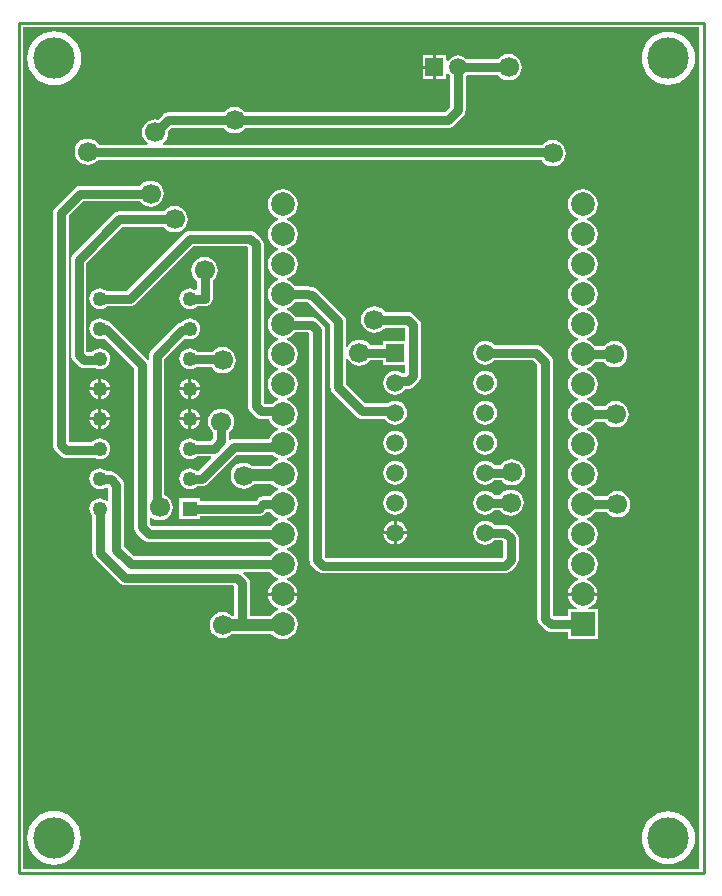
<source format=gbl>
G04*
G04 #@! TF.GenerationSoftware,Altium Limited,Altium Designer,22.1.2 (22)*
G04*
G04 Layer_Physical_Order=2*
G04 Layer_Color=16711680*
%FSLAX42Y42*%
%MOMM*%
G71*
G04*
G04 #@! TF.SameCoordinates,EA815626-C818-48C2-81C6-A034688274B2*
G04*
G04*
G04 #@! TF.FilePolarity,Positive*
G04*
G01*
G75*
%ADD10C,0.80*%
%ADD11C,1.00*%
%ADD12C,1.25*%
%ADD13R,1.25X1.25*%
%ADD14R,2.00X2.00*%
%ADD15C,2.00*%
%ADD16R,1.50X1.50*%
%ADD17C,1.50*%
%ADD18C,1.70*%
%ADD19C,3.50*%
%ADD20C,0.25*%
G36*
X5761Y39D02*
X39D01*
Y7161D01*
X5761D01*
Y39D01*
D02*
G37*
%LPC*%
G36*
X4149Y6935D02*
X4120Y6932D01*
X4093Y6921D01*
X4070Y6903D01*
X4060Y6890D01*
X3795D01*
X3791Y6896D01*
X3770Y6912D01*
X3746Y6922D01*
X3719Y6925D01*
X3693Y6922D01*
X3669Y6912D01*
X3648Y6896D01*
X3633Y6876D01*
X3631Y6876D01*
X3620Y6884D01*
Y6925D01*
X3532D01*
Y6824D01*
Y6724D01*
X3620D01*
Y6764D01*
X3631Y6772D01*
X3633Y6772D01*
X3648Y6752D01*
X3654Y6748D01*
Y6488D01*
X3607Y6441D01*
X1917D01*
X1908Y6454D01*
X1884Y6472D01*
X1858Y6483D01*
X1829Y6487D01*
X1800Y6483D01*
X1773Y6472D01*
X1750Y6454D01*
X1740Y6441D01*
X1266D01*
X1249Y6439D01*
X1233Y6433D01*
X1219Y6422D01*
X1177Y6380D01*
X1156Y6383D01*
X1127Y6379D01*
X1100Y6368D01*
X1077Y6351D01*
X1059Y6327D01*
X1048Y6301D01*
X1044Y6272D01*
X1048Y6243D01*
X1059Y6216D01*
X1077Y6193D01*
X1093Y6181D01*
X1088Y6168D01*
X678D01*
X663Y6187D01*
X640Y6205D01*
X613Y6216D01*
X584Y6220D01*
X555Y6216D01*
X529Y6205D01*
X505Y6187D01*
X488Y6164D01*
X477Y6138D01*
X473Y6109D01*
X477Y6080D01*
X488Y6053D01*
X505Y6030D01*
X529Y6012D01*
X555Y6001D01*
X584Y5997D01*
X613Y6001D01*
X640Y6012D01*
X663Y6030D01*
X668Y6036D01*
X4428D01*
X4442Y6017D01*
X4466Y6000D01*
X4492Y5988D01*
X4521Y5985D01*
X4550Y5988D01*
X4577Y6000D01*
X4600Y6017D01*
X4618Y6040D01*
X4629Y6067D01*
X4633Y6096D01*
X4629Y6125D01*
X4618Y6152D01*
X4600Y6175D01*
X4577Y6192D01*
X4550Y6204D01*
X4521Y6207D01*
X4492Y6204D01*
X4466Y6192D01*
X4442Y6175D01*
X4438Y6168D01*
X1223D01*
X1219Y6181D01*
X1234Y6193D01*
X1252Y6216D01*
X1263Y6243D01*
X1267Y6272D01*
X1266Y6282D01*
X1293Y6309D01*
X1740D01*
X1750Y6297D01*
X1773Y6279D01*
X1800Y6268D01*
X1829Y6264D01*
X1858Y6268D01*
X1884Y6279D01*
X1908Y6297D01*
X1917Y6309D01*
X3635D01*
X3652Y6312D01*
X3668Y6318D01*
X3681Y6329D01*
X3766Y6414D01*
X3777Y6427D01*
X3783Y6443D01*
X3785Y6460D01*
Y6748D01*
X3791Y6752D01*
X3795Y6758D01*
X4060D01*
X4070Y6745D01*
X4093Y6728D01*
X4120Y6717D01*
X4149Y6713D01*
X4178Y6717D01*
X4204Y6728D01*
X4227Y6745D01*
X4245Y6768D01*
X4256Y6795D01*
X4260Y6824D01*
X4256Y6853D01*
X4245Y6880D01*
X4227Y6903D01*
X4204Y6921D01*
X4178Y6932D01*
X4149Y6935D01*
D02*
G37*
G36*
X3507Y6925D02*
X3419D01*
Y6837D01*
X3507D01*
Y6925D01*
D02*
G37*
G36*
Y6811D02*
X3419D01*
Y6724D01*
X3507D01*
Y6811D01*
D02*
G37*
G36*
X5500Y7126D02*
X5456Y7122D01*
X5413Y7109D01*
X5374Y7088D01*
X5340Y7060D01*
X5312Y7026D01*
X5291Y6986D01*
X5278Y6944D01*
X5274Y6900D01*
X5278Y6856D01*
X5291Y6814D01*
X5312Y6774D01*
X5340Y6740D01*
X5374Y6712D01*
X5413Y6691D01*
X5456Y6678D01*
X5500Y6674D01*
X5544Y6678D01*
X5587Y6691D01*
X5626Y6712D01*
X5660Y6740D01*
X5688Y6774D01*
X5709Y6814D01*
X5722Y6856D01*
X5726Y6900D01*
X5722Y6944D01*
X5709Y6986D01*
X5688Y7026D01*
X5660Y7060D01*
X5626Y7088D01*
X5587Y7109D01*
X5544Y7122D01*
X5500Y7126D01*
D02*
G37*
G36*
X300Y7130D02*
X255Y7125D01*
X212Y7112D01*
X172Y7091D01*
X138Y7062D01*
X109Y7028D01*
X88Y6988D01*
X75Y6945D01*
X70Y6900D01*
X75Y6855D01*
X88Y6812D01*
X109Y6772D01*
X138Y6738D01*
X172Y6709D01*
X212Y6688D01*
X255Y6675D01*
X300Y6670D01*
X345Y6675D01*
X388Y6688D01*
X428Y6709D01*
X462Y6738D01*
X491Y6772D01*
X512Y6812D01*
X525Y6855D01*
X530Y6900D01*
X525Y6945D01*
X512Y6988D01*
X491Y7028D01*
X462Y7062D01*
X428Y7091D01*
X388Y7112D01*
X345Y7125D01*
X300Y7130D01*
D02*
G37*
G36*
X1118Y5864D02*
X1089Y5861D01*
X1062Y5850D01*
X1039Y5832D01*
X1029Y5819D01*
X521D01*
X504Y5817D01*
X488Y5810D01*
X474Y5800D01*
X309Y5635D01*
X298Y5621D01*
X292Y5605D01*
X290Y5588D01*
Y3628D01*
X292Y3611D01*
X298Y3595D01*
X309Y3582D01*
X356Y3535D01*
X369Y3524D01*
X385Y3518D01*
X402Y3515D01*
X646D01*
X663Y3509D01*
X686Y3506D01*
X709Y3509D01*
X730Y3517D01*
X748Y3531D01*
X762Y3550D01*
X771Y3571D01*
X774Y3594D01*
X771Y3617D01*
X762Y3638D01*
X748Y3657D01*
X730Y3671D01*
X709Y3680D01*
X686Y3683D01*
X663Y3680D01*
X642Y3671D01*
X623Y3657D01*
X616Y3647D01*
X430D01*
X422Y3656D01*
Y5561D01*
X548Y5687D01*
X1029D01*
X1039Y5674D01*
X1062Y5657D01*
X1089Y5646D01*
X1118Y5642D01*
X1146Y5646D01*
X1173Y5657D01*
X1196Y5674D01*
X1214Y5697D01*
X1225Y5724D01*
X1229Y5753D01*
X1225Y5782D01*
X1214Y5809D01*
X1196Y5832D01*
X1173Y5850D01*
X1146Y5861D01*
X1118Y5864D01*
D02*
G37*
G36*
X1321Y5649D02*
X1292Y5645D01*
X1265Y5634D01*
X1242Y5616D01*
X1232Y5603D01*
X851D01*
X834Y5601D01*
X818Y5594D01*
X804Y5584D01*
X461Y5241D01*
X451Y5227D01*
X444Y5211D01*
X442Y5194D01*
Y4390D01*
X444Y4373D01*
X451Y4357D01*
X461Y4344D01*
X508Y4297D01*
X522Y4286D01*
X538Y4280D01*
X555Y4277D01*
X646D01*
X663Y4271D01*
X686Y4268D01*
X709Y4271D01*
X730Y4279D01*
X748Y4293D01*
X762Y4312D01*
X771Y4333D01*
X774Y4356D01*
X771Y4379D01*
X762Y4400D01*
X748Y4419D01*
X730Y4433D01*
X709Y4442D01*
X686Y4445D01*
X663Y4442D01*
X642Y4433D01*
X623Y4419D01*
X616Y4409D01*
X582D01*
X574Y4418D01*
Y5167D01*
X878Y5471D01*
X1232D01*
X1242Y5458D01*
X1265Y5441D01*
X1292Y5430D01*
X1321Y5426D01*
X1350Y5430D01*
X1376Y5441D01*
X1400Y5458D01*
X1417Y5482D01*
X1428Y5508D01*
X1432Y5537D01*
X1428Y5566D01*
X1417Y5593D01*
X1400Y5616D01*
X1376Y5634D01*
X1350Y5645D01*
X1321Y5649D01*
D02*
G37*
G36*
X1575Y5217D02*
X1546Y5213D01*
X1519Y5202D01*
X1496Y5184D01*
X1478Y5161D01*
X1467Y5134D01*
X1463Y5105D01*
X1467Y5077D01*
X1478Y5050D01*
X1496Y5027D01*
X1509Y5017D01*
Y4944D01*
X1496Y4938D01*
X1492Y4941D01*
X1471Y4950D01*
X1448Y4953D01*
X1425Y4950D01*
X1404Y4941D01*
X1385Y4927D01*
X1371Y4908D01*
X1362Y4887D01*
X1359Y4864D01*
X1362Y4841D01*
X1371Y4820D01*
X1385Y4801D01*
X1404Y4787D01*
X1425Y4779D01*
X1448Y4776D01*
X1471Y4779D01*
X1492Y4787D01*
X1506Y4798D01*
X1575D01*
X1592Y4800D01*
X1608Y4807D01*
X1621Y4817D01*
X1632Y4831D01*
X1639Y4847D01*
X1641Y4864D01*
Y5017D01*
X1654Y5027D01*
X1671Y5050D01*
X1682Y5077D01*
X1686Y5105D01*
X1682Y5134D01*
X1671Y5161D01*
X1654Y5184D01*
X1630Y5202D01*
X1604Y5213D01*
X1575Y5217D01*
D02*
G37*
G36*
X1727Y4455D02*
X1698Y4451D01*
X1672Y4440D01*
X1648Y4422D01*
X1644Y4416D01*
X1513D01*
X1510Y4419D01*
X1492Y4433D01*
X1471Y4442D01*
X1448Y4445D01*
X1425Y4442D01*
X1404Y4433D01*
X1385Y4419D01*
X1371Y4400D01*
X1362Y4379D01*
X1359Y4356D01*
X1362Y4333D01*
X1371Y4312D01*
X1385Y4293D01*
X1404Y4279D01*
X1425Y4271D01*
X1448Y4268D01*
X1471Y4271D01*
X1492Y4279D01*
X1498Y4284D01*
X1634D01*
X1648Y4265D01*
X1672Y4247D01*
X1698Y4236D01*
X1727Y4232D01*
X1756Y4236D01*
X1783Y4247D01*
X1806Y4265D01*
X1824Y4288D01*
X1835Y4315D01*
X1839Y4343D01*
X1835Y4372D01*
X1824Y4399D01*
X1806Y4422D01*
X1783Y4440D01*
X1756Y4451D01*
X1727Y4455D01*
D02*
G37*
G36*
X4775Y5791D02*
X4742Y5786D01*
X4712Y5774D01*
X4686Y5754D01*
X4666Y5727D01*
X4653Y5697D01*
X4649Y5664D01*
X4653Y5631D01*
X4666Y5601D01*
X4686Y5575D01*
X4712Y5555D01*
X4738Y5544D01*
Y5530D01*
X4712Y5520D01*
X4686Y5500D01*
X4666Y5473D01*
X4653Y5443D01*
X4649Y5410D01*
X4653Y5377D01*
X4666Y5347D01*
X4686Y5321D01*
X4712Y5301D01*
X4738Y5290D01*
Y5276D01*
X4712Y5266D01*
X4686Y5246D01*
X4666Y5219D01*
X4653Y5189D01*
X4649Y5156D01*
X4653Y5123D01*
X4666Y5093D01*
X4686Y5067D01*
X4712Y5047D01*
X4738Y5036D01*
Y5022D01*
X4712Y5012D01*
X4686Y4992D01*
X4666Y4965D01*
X4653Y4935D01*
X4649Y4902D01*
X4653Y4869D01*
X4666Y4839D01*
X4686Y4813D01*
X4712Y4793D01*
X4738Y4782D01*
Y4768D01*
X4712Y4758D01*
X4686Y4738D01*
X4666Y4711D01*
X4653Y4681D01*
X4649Y4648D01*
X4653Y4615D01*
X4666Y4585D01*
X4686Y4559D01*
X4712Y4539D01*
X4738Y4528D01*
Y4514D01*
X4712Y4504D01*
X4686Y4484D01*
X4666Y4457D01*
X4653Y4427D01*
X4649Y4394D01*
X4653Y4361D01*
X4666Y4331D01*
X4686Y4305D01*
X4712Y4285D01*
X4738Y4274D01*
Y4260D01*
X4712Y4250D01*
X4686Y4230D01*
X4666Y4203D01*
X4653Y4173D01*
X4649Y4140D01*
X4653Y4107D01*
X4666Y4077D01*
X4686Y4051D01*
X4712Y4031D01*
X4738Y4020D01*
Y4006D01*
X4712Y3996D01*
X4686Y3976D01*
X4666Y3949D01*
X4653Y3919D01*
X4649Y3886D01*
X4653Y3853D01*
X4666Y3823D01*
X4686Y3797D01*
X4712Y3777D01*
X4738Y3766D01*
Y3752D01*
X4712Y3742D01*
X4686Y3722D01*
X4666Y3695D01*
X4653Y3665D01*
X4649Y3632D01*
X4653Y3599D01*
X4666Y3569D01*
X4686Y3543D01*
X4712Y3523D01*
X4738Y3512D01*
Y3498D01*
X4712Y3488D01*
X4686Y3468D01*
X4666Y3441D01*
X4653Y3411D01*
X4649Y3378D01*
X4653Y3345D01*
X4666Y3315D01*
X4686Y3289D01*
X4712Y3269D01*
X4738Y3258D01*
Y3244D01*
X4712Y3234D01*
X4686Y3214D01*
X4666Y3187D01*
X4653Y3157D01*
X4649Y3124D01*
X4653Y3091D01*
X4666Y3061D01*
X4686Y3035D01*
X4712Y3015D01*
X4738Y3004D01*
Y2990D01*
X4712Y2980D01*
X4686Y2960D01*
X4666Y2933D01*
X4653Y2903D01*
X4649Y2870D01*
X4653Y2837D01*
X4666Y2807D01*
X4686Y2781D01*
X4712Y2761D01*
X4738Y2750D01*
Y2736D01*
X4712Y2726D01*
X4686Y2706D01*
X4666Y2679D01*
X4653Y2649D01*
X4649Y2616D01*
X4653Y2583D01*
X4666Y2553D01*
X4686Y2527D01*
X4712Y2507D01*
X4738Y2496D01*
Y2482D01*
X4712Y2472D01*
X4686Y2452D01*
X4666Y2425D01*
X4653Y2395D01*
X4650Y2375D01*
X4775D01*
X4900D01*
X4897Y2395D01*
X4885Y2425D01*
X4865Y2452D01*
X4838Y2472D01*
X4813Y2482D01*
Y2496D01*
X4838Y2507D01*
X4865Y2527D01*
X4885Y2553D01*
X4897Y2583D01*
X4902Y2616D01*
X4897Y2649D01*
X4885Y2679D01*
X4865Y2706D01*
X4838Y2726D01*
X4813Y2736D01*
Y2750D01*
X4838Y2761D01*
X4865Y2781D01*
X4885Y2807D01*
X4897Y2837D01*
X4902Y2870D01*
X4897Y2903D01*
X4885Y2933D01*
X4865Y2960D01*
X4838Y2980D01*
X4813Y2990D01*
Y3004D01*
X4838Y3015D01*
X4865Y3035D01*
X4883Y3058D01*
X4979D01*
X4989Y3045D01*
X5012Y3028D01*
X5038Y3017D01*
X5067Y3013D01*
X5096Y3017D01*
X5123Y3028D01*
X5146Y3045D01*
X5164Y3069D01*
X5175Y3095D01*
X5179Y3124D01*
X5175Y3153D01*
X5164Y3180D01*
X5146Y3203D01*
X5123Y3221D01*
X5096Y3232D01*
X5067Y3236D01*
X5038Y3232D01*
X5012Y3221D01*
X4989Y3203D01*
X4979Y3190D01*
X4883D01*
X4865Y3214D01*
X4838Y3234D01*
X4813Y3244D01*
Y3258D01*
X4838Y3269D01*
X4865Y3289D01*
X4885Y3315D01*
X4897Y3345D01*
X4902Y3378D01*
X4897Y3411D01*
X4885Y3441D01*
X4865Y3468D01*
X4838Y3488D01*
X4813Y3498D01*
Y3512D01*
X4838Y3523D01*
X4865Y3543D01*
X4885Y3569D01*
X4897Y3599D01*
X4902Y3632D01*
X4897Y3665D01*
X4885Y3695D01*
X4865Y3722D01*
X4838Y3742D01*
X4813Y3752D01*
Y3766D01*
X4838Y3777D01*
X4865Y3797D01*
X4883Y3820D01*
X4966D01*
X4976Y3807D01*
X4999Y3790D01*
X5026Y3779D01*
X5055Y3775D01*
X5083Y3779D01*
X5110Y3790D01*
X5133Y3807D01*
X5151Y3831D01*
X5162Y3857D01*
X5166Y3886D01*
X5162Y3915D01*
X5151Y3942D01*
X5133Y3965D01*
X5110Y3983D01*
X5083Y3994D01*
X5055Y3998D01*
X5026Y3994D01*
X4999Y3983D01*
X4976Y3965D01*
X4966Y3952D01*
X4883D01*
X4865Y3976D01*
X4838Y3996D01*
X4813Y4006D01*
Y4020D01*
X4838Y4031D01*
X4865Y4051D01*
X4885Y4077D01*
X4897Y4107D01*
X4902Y4140D01*
X4897Y4173D01*
X4885Y4203D01*
X4865Y4230D01*
X4838Y4250D01*
X4813Y4260D01*
Y4274D01*
X4838Y4285D01*
X4865Y4305D01*
X4883Y4328D01*
X4953D01*
X4963Y4315D01*
X4986Y4298D01*
X5013Y4287D01*
X5042Y4283D01*
X5071Y4287D01*
X5098Y4298D01*
X5121Y4315D01*
X5138Y4339D01*
X5149Y4365D01*
X5153Y4394D01*
X5149Y4423D01*
X5138Y4450D01*
X5121Y4473D01*
X5098Y4491D01*
X5071Y4502D01*
X5042Y4506D01*
X5013Y4502D01*
X4986Y4491D01*
X4963Y4473D01*
X4953Y4460D01*
X4883D01*
X4865Y4484D01*
X4838Y4504D01*
X4813Y4514D01*
Y4528D01*
X4838Y4539D01*
X4865Y4559D01*
X4885Y4585D01*
X4897Y4615D01*
X4902Y4648D01*
X4897Y4681D01*
X4885Y4711D01*
X4865Y4738D01*
X4838Y4758D01*
X4813Y4768D01*
Y4782D01*
X4838Y4793D01*
X4865Y4813D01*
X4885Y4839D01*
X4897Y4869D01*
X4902Y4902D01*
X4897Y4935D01*
X4885Y4965D01*
X4865Y4992D01*
X4838Y5012D01*
X4813Y5022D01*
Y5036D01*
X4838Y5047D01*
X4865Y5067D01*
X4885Y5093D01*
X4897Y5123D01*
X4902Y5156D01*
X4897Y5189D01*
X4885Y5219D01*
X4865Y5246D01*
X4838Y5266D01*
X4813Y5276D01*
Y5290D01*
X4838Y5301D01*
X4865Y5321D01*
X4885Y5347D01*
X4897Y5377D01*
X4902Y5410D01*
X4897Y5443D01*
X4885Y5473D01*
X4865Y5500D01*
X4838Y5520D01*
X4813Y5530D01*
Y5544D01*
X4838Y5555D01*
X4865Y5575D01*
X4885Y5601D01*
X4897Y5631D01*
X4902Y5664D01*
X4897Y5697D01*
X4885Y5727D01*
X4865Y5754D01*
X4838Y5774D01*
X4808Y5786D01*
X4775Y5791D01*
D02*
G37*
G36*
X1460Y4189D02*
Y4115D01*
X1535D01*
X1533Y4125D01*
X1524Y4146D01*
X1510Y4165D01*
X1492Y4179D01*
X1471Y4188D01*
X1460Y4189D01*
D02*
G37*
G36*
X699D02*
Y4115D01*
X773D01*
X771Y4125D01*
X762Y4146D01*
X748Y4165D01*
X730Y4179D01*
X709Y4188D01*
X699Y4189D01*
D02*
G37*
G36*
X1435D02*
X1425Y4188D01*
X1404Y4179D01*
X1385Y4165D01*
X1371Y4146D01*
X1362Y4125D01*
X1361Y4115D01*
X1435D01*
Y4189D01*
D02*
G37*
G36*
X673D02*
X663Y4188D01*
X642Y4179D01*
X623Y4165D01*
X609Y4146D01*
X600Y4125D01*
X599Y4115D01*
X673D01*
Y4189D01*
D02*
G37*
G36*
X3950Y4254D02*
X3923Y4251D01*
X3899Y4241D01*
X3878Y4225D01*
X3862Y4204D01*
X3852Y4179D01*
X3848Y4153D01*
X3852Y4127D01*
X3862Y4102D01*
X3878Y4081D01*
X3899Y4065D01*
X3923Y4055D01*
X3950Y4052D01*
X3976Y4055D01*
X4000Y4065D01*
X4021Y4081D01*
X4037Y4102D01*
X4048Y4127D01*
X4051Y4153D01*
X4048Y4179D01*
X4037Y4204D01*
X4021Y4225D01*
X4000Y4241D01*
X3976Y4251D01*
X3950Y4254D01*
D02*
G37*
G36*
X1535Y4089D02*
X1460D01*
Y4015D01*
X1471Y4017D01*
X1492Y4025D01*
X1510Y4039D01*
X1524Y4058D01*
X1533Y4079D01*
X1535Y4089D01*
D02*
G37*
G36*
X773D02*
X699D01*
Y4015D01*
X709Y4017D01*
X730Y4025D01*
X748Y4039D01*
X762Y4058D01*
X771Y4079D01*
X773Y4089D01*
D02*
G37*
G36*
X673D02*
X599D01*
X600Y4079D01*
X609Y4058D01*
X623Y4039D01*
X642Y4025D01*
X663Y4017D01*
X673Y4015D01*
Y4089D01*
D02*
G37*
G36*
X1435D02*
X1361D01*
X1362Y4079D01*
X1371Y4058D01*
X1385Y4039D01*
X1404Y4025D01*
X1425Y4017D01*
X1435Y4015D01*
Y4089D01*
D02*
G37*
G36*
X2235Y5791D02*
X2202Y5786D01*
X2172Y5774D01*
X2146Y5754D01*
X2126Y5727D01*
X2113Y5697D01*
X2109Y5664D01*
X2113Y5631D01*
X2126Y5601D01*
X2146Y5575D01*
X2172Y5555D01*
X2198Y5544D01*
Y5530D01*
X2172Y5520D01*
X2146Y5500D01*
X2126Y5473D01*
X2113Y5443D01*
X2109Y5410D01*
X2113Y5377D01*
X2126Y5347D01*
X2146Y5321D01*
X2172Y5301D01*
X2198Y5290D01*
Y5276D01*
X2172Y5266D01*
X2146Y5246D01*
X2126Y5219D01*
X2113Y5189D01*
X2109Y5156D01*
X2113Y5123D01*
X2126Y5093D01*
X2146Y5067D01*
X2172Y5047D01*
X2198Y5036D01*
Y5022D01*
X2172Y5012D01*
X2146Y4992D01*
X2126Y4965D01*
X2113Y4935D01*
X2109Y4902D01*
X2113Y4869D01*
X2126Y4839D01*
X2146Y4813D01*
X2172Y4793D01*
X2198Y4782D01*
Y4768D01*
X2172Y4758D01*
X2146Y4738D01*
X2126Y4711D01*
X2113Y4681D01*
X2109Y4648D01*
X2113Y4615D01*
X2126Y4585D01*
X2146Y4559D01*
X2172Y4539D01*
X2198Y4528D01*
Y4514D01*
X2172Y4504D01*
X2146Y4484D01*
X2126Y4457D01*
X2113Y4427D01*
X2109Y4394D01*
X2113Y4361D01*
X2126Y4331D01*
X2146Y4305D01*
X2172Y4285D01*
X2198Y4274D01*
Y4260D01*
X2172Y4250D01*
X2146Y4230D01*
X2126Y4203D01*
X2113Y4173D01*
X2109Y4140D01*
X2113Y4107D01*
X2126Y4077D01*
X2146Y4051D01*
X2172Y4031D01*
X2198Y4020D01*
Y4006D01*
X2172Y3996D01*
X2146Y3976D01*
X2145Y3975D01*
X2081D01*
X2073Y3983D01*
Y5325D01*
X2070Y5342D01*
X2064Y5358D01*
X2053Y5372D01*
X2006Y5419D01*
X1993Y5429D01*
X1977Y5436D01*
X1960Y5438D01*
X1448D01*
X1431Y5436D01*
X1415Y5429D01*
X1401Y5419D01*
X912Y4930D01*
X744D01*
X730Y4941D01*
X709Y4950D01*
X686Y4953D01*
X663Y4950D01*
X642Y4941D01*
X623Y4927D01*
X609Y4908D01*
X600Y4887D01*
X597Y4864D01*
X600Y4841D01*
X609Y4820D01*
X623Y4801D01*
X642Y4787D01*
X663Y4779D01*
X686Y4776D01*
X709Y4779D01*
X730Y4787D01*
X744Y4798D01*
X940D01*
X957Y4800D01*
X973Y4807D01*
X986Y4817D01*
X1475Y5306D01*
X1932D01*
X1941Y5298D01*
Y3956D01*
X1943Y3939D01*
X1949Y3923D01*
X1960Y3909D01*
X2007Y3863D01*
X2020Y3852D01*
X2036Y3845D01*
X2053Y3843D01*
X2117D01*
X2126Y3823D01*
X2146Y3797D01*
X2172Y3777D01*
X2198Y3766D01*
Y3752D01*
X2172Y3742D01*
X2146Y3722D01*
X2126Y3695D01*
X2117Y3675D01*
X1819D01*
X1801Y3673D01*
X1793Y3670D01*
X1780Y3678D01*
Y3734D01*
X1793Y3744D01*
X1811Y3767D01*
X1822Y3794D01*
X1826Y3823D01*
X1822Y3852D01*
X1811Y3878D01*
X1793Y3901D01*
X1770Y3919D01*
X1743Y3930D01*
X1715Y3934D01*
X1686Y3930D01*
X1659Y3919D01*
X1636Y3901D01*
X1618Y3878D01*
X1607Y3852D01*
X1603Y3823D01*
X1607Y3794D01*
X1618Y3767D01*
X1636Y3744D01*
X1649Y3734D01*
Y3685D01*
X1624Y3660D01*
X1506D01*
X1492Y3671D01*
X1471Y3680D01*
X1448Y3683D01*
X1425Y3680D01*
X1404Y3671D01*
X1385Y3657D01*
X1371Y3638D01*
X1362Y3617D01*
X1359Y3594D01*
X1362Y3571D01*
X1371Y3550D01*
X1385Y3531D01*
X1404Y3517D01*
X1425Y3509D01*
X1448Y3506D01*
X1471Y3509D01*
X1492Y3517D01*
X1506Y3528D01*
X1628D01*
X1632Y3516D01*
X1522Y3406D01*
X1506D01*
X1492Y3417D01*
X1471Y3426D01*
X1448Y3429D01*
X1425Y3426D01*
X1404Y3417D01*
X1385Y3403D01*
X1371Y3384D01*
X1362Y3363D01*
X1359Y3340D01*
X1362Y3317D01*
X1371Y3296D01*
X1385Y3277D01*
X1404Y3263D01*
X1425Y3255D01*
X1448Y3252D01*
X1471Y3255D01*
X1492Y3263D01*
X1506Y3274D01*
X1549D01*
X1566Y3276D01*
X1582Y3283D01*
X1596Y3293D01*
X1846Y3543D01*
X2145D01*
X2146Y3543D01*
X2172Y3523D01*
X2198Y3512D01*
Y3498D01*
X2172Y3488D01*
X2146Y3468D01*
X2131Y3448D01*
X1979D01*
X1961Y3462D01*
X1934Y3473D01*
X1905Y3477D01*
X1876Y3473D01*
X1849Y3462D01*
X1826Y3444D01*
X1809Y3421D01*
X1797Y3394D01*
X1794Y3365D01*
X1797Y3337D01*
X1809Y3310D01*
X1826Y3287D01*
X1849Y3269D01*
X1876Y3258D01*
X1905Y3254D01*
X1934Y3258D01*
X1961Y3269D01*
X1984Y3287D01*
X1991Y3296D01*
X2140D01*
X2146Y3289D01*
X2172Y3269D01*
X2198Y3258D01*
Y3244D01*
X2172Y3234D01*
X2146Y3214D01*
X2128Y3190D01*
X2071D01*
X2054Y3188D01*
X2038Y3181D01*
X2024Y3171D01*
X2006Y3152D01*
X1536D01*
Y3174D01*
X1360D01*
Y2998D01*
X1536D01*
Y3020D01*
X2033D01*
X2050Y3022D01*
X2066Y3029D01*
X2080Y3039D01*
X2098Y3058D01*
X2128D01*
X2146Y3035D01*
X2172Y3015D01*
X2198Y3004D01*
Y2990D01*
X2172Y2980D01*
X2146Y2960D01*
X2128Y2936D01*
X1128D01*
X1109Y2955D01*
Y3008D01*
X1122Y3015D01*
X1138Y3002D01*
X1165Y2991D01*
X1194Y2987D01*
X1223Y2991D01*
X1249Y3002D01*
X1273Y3020D01*
X1290Y3043D01*
X1301Y3070D01*
X1305Y3099D01*
X1301Y3128D01*
X1290Y3154D01*
X1273Y3178D01*
X1249Y3195D01*
X1234Y3201D01*
Y4354D01*
X1411Y4530D01*
X1425Y4525D01*
X1448Y4522D01*
X1471Y4525D01*
X1492Y4533D01*
X1510Y4547D01*
X1524Y4566D01*
X1533Y4587D01*
X1536Y4610D01*
X1533Y4633D01*
X1524Y4654D01*
X1510Y4673D01*
X1492Y4687D01*
X1471Y4696D01*
X1448Y4699D01*
X1425Y4696D01*
X1404Y4687D01*
X1385Y4673D01*
X1377Y4662D01*
X1367Y4661D01*
X1351Y4655D01*
X1338Y4644D01*
X1122Y4428D01*
X1111Y4414D01*
X1105Y4399D01*
X1102Y4381D01*
Y4354D01*
X1091Y4349D01*
X1090Y4349D01*
X782Y4657D01*
X769Y4667D01*
X753Y4674D01*
X746Y4675D01*
X730Y4687D01*
X709Y4696D01*
X686Y4699D01*
X663Y4696D01*
X642Y4687D01*
X623Y4673D01*
X609Y4654D01*
X600Y4633D01*
X597Y4610D01*
X600Y4587D01*
X609Y4566D01*
X623Y4547D01*
X642Y4533D01*
X663Y4525D01*
X686Y4522D01*
X709Y4525D01*
X722Y4530D01*
X977Y4275D01*
Y2928D01*
X980Y2911D01*
X986Y2895D01*
X997Y2881D01*
X1054Y2824D01*
X1068Y2813D01*
X1084Y2806D01*
X1101Y2804D01*
X2128D01*
X2146Y2781D01*
X2172Y2761D01*
X2198Y2750D01*
Y2736D01*
X2172Y2726D01*
X2146Y2706D01*
X2128Y2682D01*
X976D01*
X891Y2767D01*
Y3288D01*
X889Y3305D01*
X883Y3321D01*
X872Y3335D01*
X825Y3382D01*
X812Y3392D01*
X796Y3399D01*
X779Y3401D01*
X750D01*
X748Y3403D01*
X730Y3417D01*
X709Y3426D01*
X686Y3429D01*
X663Y3426D01*
X642Y3417D01*
X623Y3403D01*
X609Y3384D01*
X600Y3363D01*
X597Y3340D01*
X600Y3317D01*
X609Y3296D01*
X623Y3277D01*
X642Y3263D01*
X663Y3255D01*
X686Y3252D01*
X709Y3255D01*
X730Y3263D01*
X737Y3269D01*
X751D01*
X760Y3261D01*
Y3153D01*
X747Y3150D01*
X730Y3163D01*
X709Y3172D01*
X686Y3175D01*
X663Y3172D01*
X642Y3163D01*
X623Y3149D01*
X609Y3130D01*
X600Y3109D01*
X597Y3086D01*
X600Y3063D01*
X609Y3042D01*
X623Y3023D01*
X624Y3023D01*
Y2713D01*
X627Y2696D01*
X633Y2680D01*
X644Y2667D01*
X855Y2455D01*
X869Y2445D01*
X885Y2438D01*
X902Y2436D01*
X1818D01*
X1826Y2428D01*
Y2180D01*
X1804D01*
X1783Y2197D01*
X1756Y2208D01*
X1727Y2212D01*
X1698Y2208D01*
X1672Y2197D01*
X1648Y2179D01*
X1631Y2156D01*
X1620Y2129D01*
X1616Y2100D01*
X1620Y2072D01*
X1631Y2045D01*
X1648Y2022D01*
X1672Y2004D01*
X1698Y1993D01*
X1727Y1989D01*
X1756Y1993D01*
X1783Y2004D01*
X1806Y2022D01*
X1811Y2028D01*
X2138D01*
X2146Y2019D01*
X2172Y1999D01*
X2202Y1986D01*
X2235Y1982D01*
X2268Y1986D01*
X2298Y1999D01*
X2325Y2019D01*
X2345Y2045D01*
X2357Y2075D01*
X2362Y2108D01*
X2357Y2141D01*
X2345Y2171D01*
X2325Y2198D01*
X2298Y2218D01*
X2273Y2228D01*
Y2242D01*
X2298Y2253D01*
X2325Y2273D01*
X2345Y2299D01*
X2357Y2329D01*
X2360Y2350D01*
X2235D01*
X2110D01*
X2113Y2329D01*
X2126Y2299D01*
X2146Y2273D01*
X2172Y2253D01*
X2198Y2242D01*
Y2228D01*
X2172Y2218D01*
X2146Y2198D01*
X2133Y2180D01*
X1958D01*
Y2455D01*
X1956Y2472D01*
X1949Y2488D01*
X1939Y2502D01*
X1903Y2538D01*
X1908Y2550D01*
X2128D01*
X2146Y2527D01*
X2172Y2507D01*
X2198Y2496D01*
Y2482D01*
X2172Y2472D01*
X2146Y2452D01*
X2126Y2425D01*
X2113Y2395D01*
X2110Y2375D01*
X2235D01*
X2360D01*
X2357Y2395D01*
X2345Y2425D01*
X2325Y2452D01*
X2298Y2472D01*
X2273Y2482D01*
Y2496D01*
X2298Y2507D01*
X2325Y2527D01*
X2345Y2553D01*
X2357Y2583D01*
X2362Y2616D01*
X2357Y2649D01*
X2345Y2679D01*
X2325Y2706D01*
X2298Y2726D01*
X2273Y2736D01*
Y2750D01*
X2298Y2761D01*
X2325Y2781D01*
X2345Y2807D01*
X2357Y2837D01*
X2362Y2870D01*
X2357Y2903D01*
X2345Y2933D01*
X2325Y2960D01*
X2298Y2980D01*
X2273Y2990D01*
Y3004D01*
X2298Y3015D01*
X2325Y3035D01*
X2345Y3061D01*
X2357Y3091D01*
X2362Y3124D01*
X2357Y3157D01*
X2345Y3187D01*
X2325Y3214D01*
X2298Y3234D01*
X2273Y3244D01*
Y3258D01*
X2298Y3269D01*
X2325Y3289D01*
X2345Y3315D01*
X2357Y3345D01*
X2362Y3378D01*
X2357Y3411D01*
X2345Y3441D01*
X2325Y3468D01*
X2298Y3488D01*
X2273Y3498D01*
Y3512D01*
X2298Y3523D01*
X2325Y3543D01*
X2345Y3569D01*
X2357Y3599D01*
X2362Y3632D01*
X2357Y3665D01*
X2345Y3695D01*
X2325Y3722D01*
X2298Y3742D01*
X2273Y3752D01*
Y3766D01*
X2298Y3777D01*
X2325Y3797D01*
X2345Y3823D01*
X2357Y3853D01*
X2362Y3886D01*
X2357Y3919D01*
X2345Y3949D01*
X2325Y3976D01*
X2298Y3996D01*
X2273Y4006D01*
Y4020D01*
X2298Y4031D01*
X2325Y4051D01*
X2345Y4077D01*
X2357Y4107D01*
X2362Y4140D01*
X2357Y4173D01*
X2345Y4203D01*
X2325Y4230D01*
X2298Y4250D01*
X2273Y4260D01*
Y4274D01*
X2298Y4285D01*
X2325Y4305D01*
X2345Y4331D01*
X2357Y4361D01*
X2362Y4394D01*
X2357Y4427D01*
X2345Y4457D01*
X2325Y4484D01*
X2298Y4504D01*
X2273Y4514D01*
Y4528D01*
X2298Y4539D01*
X2325Y4559D01*
X2340Y4578D01*
X2453D01*
X2461Y4570D01*
Y2650D01*
X2464Y2633D01*
X2470Y2617D01*
X2481Y2604D01*
X2528Y2557D01*
X2541Y2546D01*
X2557Y2540D01*
X2574Y2538D01*
X4119D01*
X4136Y2540D01*
X4152Y2546D01*
X4165Y2557D01*
X4212Y2604D01*
X4223Y2617D01*
X4229Y2633D01*
X4232Y2650D01*
Y2836D01*
X4229Y2853D01*
X4223Y2869D01*
X4212Y2883D01*
X4165Y2930D01*
X4152Y2940D01*
X4136Y2947D01*
X4119Y2949D01*
X4026D01*
X4021Y2955D01*
X4000Y2971D01*
X3976Y2981D01*
X3950Y2984D01*
X3923Y2981D01*
X3899Y2971D01*
X3878Y2955D01*
X3862Y2934D01*
X3852Y2909D01*
X3848Y2883D01*
X3852Y2857D01*
X3862Y2832D01*
X3878Y2811D01*
X3899Y2795D01*
X3923Y2785D01*
X3950Y2782D01*
X3976Y2785D01*
X4000Y2795D01*
X4021Y2811D01*
X4026Y2817D01*
X4091D01*
X4100Y2809D01*
Y2678D01*
X4091Y2669D01*
X2601D01*
X2593Y2678D01*
Y4597D01*
X2591Y4614D01*
X2584Y4630D01*
X2574Y4644D01*
X2527Y4691D01*
X2513Y4701D01*
X2498Y4708D01*
X2480Y4710D01*
X2345D01*
X2345Y4711D01*
X2325Y4738D01*
X2298Y4758D01*
X2273Y4768D01*
Y4782D01*
X2298Y4793D01*
X2325Y4813D01*
X2343Y4836D01*
X2434D01*
X2438Y4835D01*
X2453Y4833D01*
X2639Y4646D01*
Y4115D01*
X2641Y4098D01*
X2648Y4082D01*
X2658Y4068D01*
X2862Y3865D01*
X2875Y3854D01*
X2891Y3848D01*
X2908Y3846D01*
X3102D01*
X3116Y3827D01*
X3137Y3811D01*
X3161Y3801D01*
X3188Y3798D01*
X3214Y3801D01*
X3238Y3811D01*
X3259Y3827D01*
X3275Y3848D01*
X3286Y3873D01*
X3289Y3899D01*
X3286Y3925D01*
X3275Y3950D01*
X3259Y3971D01*
X3238Y3987D01*
X3214Y3997D01*
X3188Y4000D01*
X3161Y3997D01*
X3137Y3987D01*
X3125Y3978D01*
X2936D01*
X2771Y4142D01*
Y4355D01*
X2784Y4358D01*
X2786Y4351D01*
X2804Y4328D01*
X2827Y4310D01*
X2854Y4299D01*
X2883Y4296D01*
X2912Y4299D01*
X2939Y4310D01*
X2962Y4328D01*
X2971Y4341D01*
X3087D01*
Y4306D01*
X3274D01*
Y4240D01*
X3266Y4232D01*
X3249D01*
X3238Y4241D01*
X3214Y4251D01*
X3188Y4254D01*
X3161Y4251D01*
X3137Y4241D01*
X3116Y4225D01*
X3100Y4204D01*
X3090Y4179D01*
X3086Y4153D01*
X3090Y4127D01*
X3100Y4102D01*
X3116Y4081D01*
X3137Y4065D01*
X3161Y4055D01*
X3188Y4052D01*
X3214Y4055D01*
X3238Y4065D01*
X3259Y4081D01*
X3274Y4100D01*
X3293D01*
X3310Y4103D01*
X3326Y4109D01*
X3340Y4120D01*
X3387Y4167D01*
X3397Y4180D01*
X3404Y4196D01*
X3406Y4213D01*
Y4639D01*
X3404Y4657D01*
X3397Y4672D01*
X3387Y4686D01*
X3340Y4733D01*
X3326Y4743D01*
X3310Y4750D01*
X3293Y4752D01*
X3098D01*
X3089Y4765D01*
X3066Y4783D01*
X3039Y4794D01*
X3010Y4798D01*
X2981Y4794D01*
X2954Y4783D01*
X2931Y4765D01*
X2913Y4742D01*
X2902Y4715D01*
X2899Y4686D01*
X2902Y4657D01*
X2913Y4631D01*
X2931Y4608D01*
X2954Y4590D01*
X2981Y4579D01*
X3010Y4575D01*
X3039Y4579D01*
X3066Y4590D01*
X3089Y4608D01*
X3098Y4620D01*
X3266D01*
X3274Y4612D01*
Y4507D01*
X3087D01*
Y4473D01*
X2971D01*
X2962Y4486D01*
X2939Y4503D01*
X2912Y4514D01*
X2883Y4518D01*
X2854Y4514D01*
X2827Y4503D01*
X2804Y4486D01*
X2786Y4463D01*
X2784Y4456D01*
X2771Y4459D01*
Y4674D01*
X2769Y4691D01*
X2762Y4707D01*
X2752Y4720D01*
X2527Y4945D01*
X2513Y4956D01*
X2497Y4962D01*
X2480Y4964D01*
X2472D01*
X2468Y4966D01*
X2451Y4968D01*
X2343D01*
X2325Y4992D01*
X2298Y5012D01*
X2273Y5022D01*
Y5036D01*
X2298Y5047D01*
X2325Y5067D01*
X2345Y5093D01*
X2357Y5123D01*
X2362Y5156D01*
X2357Y5189D01*
X2345Y5219D01*
X2325Y5246D01*
X2298Y5266D01*
X2273Y5276D01*
Y5290D01*
X2298Y5301D01*
X2325Y5321D01*
X2345Y5347D01*
X2357Y5377D01*
X2362Y5410D01*
X2357Y5443D01*
X2345Y5473D01*
X2325Y5500D01*
X2298Y5520D01*
X2273Y5530D01*
Y5544D01*
X2298Y5555D01*
X2325Y5575D01*
X2345Y5601D01*
X2357Y5631D01*
X2362Y5664D01*
X2357Y5697D01*
X2345Y5727D01*
X2325Y5754D01*
X2298Y5774D01*
X2268Y5786D01*
X2235Y5791D01*
D02*
G37*
G36*
X1460Y3935D02*
Y3861D01*
X1535D01*
X1533Y3871D01*
X1524Y3892D01*
X1510Y3911D01*
X1492Y3925D01*
X1471Y3934D01*
X1460Y3935D01*
D02*
G37*
G36*
X699D02*
Y3861D01*
X773D01*
X771Y3871D01*
X762Y3892D01*
X748Y3911D01*
X730Y3925D01*
X709Y3934D01*
X699Y3935D01*
D02*
G37*
G36*
X1435D02*
X1425Y3934D01*
X1404Y3925D01*
X1385Y3911D01*
X1371Y3892D01*
X1362Y3871D01*
X1361Y3861D01*
X1435D01*
Y3935D01*
D02*
G37*
G36*
X673D02*
X663Y3934D01*
X642Y3925D01*
X623Y3911D01*
X609Y3892D01*
X600Y3871D01*
X599Y3861D01*
X673D01*
Y3935D01*
D02*
G37*
G36*
X3950Y4000D02*
X3923Y3997D01*
X3899Y3987D01*
X3878Y3971D01*
X3862Y3950D01*
X3852Y3925D01*
X3848Y3899D01*
X3852Y3873D01*
X3862Y3848D01*
X3878Y3827D01*
X3899Y3811D01*
X3923Y3801D01*
X3950Y3798D01*
X3976Y3801D01*
X4000Y3811D01*
X4021Y3827D01*
X4037Y3848D01*
X4048Y3873D01*
X4051Y3899D01*
X4048Y3925D01*
X4037Y3950D01*
X4021Y3971D01*
X4000Y3987D01*
X3976Y3997D01*
X3950Y4000D01*
D02*
G37*
G36*
X1535Y3835D02*
X1460D01*
Y3761D01*
X1471Y3763D01*
X1492Y3771D01*
X1510Y3785D01*
X1524Y3804D01*
X1533Y3825D01*
X1535Y3835D01*
D02*
G37*
G36*
X773D02*
X699D01*
Y3761D01*
X709Y3763D01*
X730Y3771D01*
X748Y3785D01*
X762Y3804D01*
X771Y3825D01*
X773Y3835D01*
D02*
G37*
G36*
X673D02*
X599D01*
X600Y3825D01*
X609Y3804D01*
X623Y3785D01*
X642Y3771D01*
X663Y3763D01*
X673Y3761D01*
Y3835D01*
D02*
G37*
G36*
X1435D02*
X1361D01*
X1362Y3825D01*
X1371Y3804D01*
X1385Y3785D01*
X1404Y3771D01*
X1425Y3763D01*
X1435Y3761D01*
Y3835D01*
D02*
G37*
G36*
X3950Y3746D02*
X3923Y3743D01*
X3899Y3733D01*
X3878Y3717D01*
X3862Y3696D01*
X3852Y3671D01*
X3848Y3645D01*
X3852Y3619D01*
X3862Y3594D01*
X3878Y3573D01*
X3899Y3557D01*
X3923Y3547D01*
X3950Y3544D01*
X3976Y3547D01*
X4000Y3557D01*
X4021Y3573D01*
X4037Y3594D01*
X4048Y3619D01*
X4051Y3645D01*
X4048Y3671D01*
X4037Y3696D01*
X4021Y3717D01*
X4000Y3733D01*
X3976Y3743D01*
X3950Y3746D01*
D02*
G37*
G36*
X3188D02*
X3161Y3743D01*
X3137Y3733D01*
X3116Y3717D01*
X3100Y3696D01*
X3090Y3671D01*
X3086Y3645D01*
X3090Y3619D01*
X3100Y3594D01*
X3116Y3573D01*
X3137Y3557D01*
X3161Y3547D01*
X3188Y3544D01*
X3214Y3547D01*
X3238Y3557D01*
X3259Y3573D01*
X3275Y3594D01*
X3286Y3619D01*
X3289Y3645D01*
X3286Y3671D01*
X3275Y3696D01*
X3259Y3717D01*
X3238Y3733D01*
X3214Y3743D01*
X3188Y3746D01*
D02*
G37*
G36*
X4175Y3505D02*
X4146Y3502D01*
X4119Y3490D01*
X4096Y3473D01*
X4085Y3458D01*
X4024D01*
X4021Y3463D01*
X4000Y3479D01*
X3976Y3489D01*
X3950Y3492D01*
X3923Y3489D01*
X3899Y3479D01*
X3878Y3463D01*
X3862Y3442D01*
X3852Y3417D01*
X3848Y3391D01*
X3852Y3365D01*
X3862Y3340D01*
X3878Y3319D01*
X3899Y3303D01*
X3923Y3293D01*
X3950Y3290D01*
X3976Y3293D01*
X4000Y3303D01*
X4021Y3319D01*
X4027Y3327D01*
X4088D01*
X4096Y3315D01*
X4119Y3298D01*
X4146Y3287D01*
X4175Y3283D01*
X4204Y3287D01*
X4231Y3298D01*
X4254Y3315D01*
X4272Y3338D01*
X4283Y3365D01*
X4286Y3394D01*
X4283Y3423D01*
X4272Y3450D01*
X4254Y3473D01*
X4231Y3490D01*
X4204Y3502D01*
X4175Y3505D01*
D02*
G37*
G36*
X3188Y3492D02*
X3161Y3489D01*
X3137Y3479D01*
X3116Y3463D01*
X3100Y3442D01*
X3090Y3417D01*
X3086Y3391D01*
X3090Y3365D01*
X3100Y3340D01*
X3116Y3319D01*
X3137Y3303D01*
X3161Y3293D01*
X3188Y3290D01*
X3214Y3293D01*
X3238Y3303D01*
X3259Y3319D01*
X3275Y3340D01*
X3286Y3365D01*
X3289Y3391D01*
X3286Y3417D01*
X3275Y3442D01*
X3259Y3463D01*
X3238Y3479D01*
X3214Y3489D01*
X3188Y3492D01*
D02*
G37*
G36*
X4166Y3248D02*
X4137Y3244D01*
X4110Y3233D01*
X4087Y3216D01*
X4077Y3203D01*
X4026D01*
X4021Y3209D01*
X4000Y3225D01*
X3976Y3235D01*
X3950Y3238D01*
X3923Y3235D01*
X3899Y3225D01*
X3878Y3209D01*
X3862Y3188D01*
X3852Y3163D01*
X3848Y3137D01*
X3852Y3111D01*
X3862Y3086D01*
X3878Y3065D01*
X3899Y3049D01*
X3923Y3039D01*
X3950Y3036D01*
X3976Y3039D01*
X4000Y3049D01*
X4021Y3065D01*
X4026Y3071D01*
X4077D01*
X4087Y3058D01*
X4110Y3040D01*
X4137Y3029D01*
X4166Y3026D01*
X4194Y3029D01*
X4221Y3040D01*
X4244Y3058D01*
X4262Y3081D01*
X4273Y3108D01*
X4277Y3137D01*
X4273Y3166D01*
X4262Y3193D01*
X4244Y3216D01*
X4221Y3233D01*
X4194Y3244D01*
X4166Y3248D01*
D02*
G37*
G36*
X3188Y3238D02*
X3161Y3235D01*
X3137Y3225D01*
X3116Y3209D01*
X3100Y3188D01*
X3090Y3163D01*
X3086Y3137D01*
X3090Y3111D01*
X3100Y3086D01*
X3116Y3065D01*
X3137Y3049D01*
X3161Y3039D01*
X3188Y3036D01*
X3214Y3039D01*
X3238Y3049D01*
X3259Y3065D01*
X3275Y3086D01*
X3286Y3111D01*
X3289Y3137D01*
X3286Y3163D01*
X3275Y3188D01*
X3259Y3209D01*
X3238Y3225D01*
X3214Y3235D01*
X3188Y3238D01*
D02*
G37*
G36*
X3200Y2982D02*
Y2896D01*
X3287D01*
X3286Y2909D01*
X3275Y2934D01*
X3259Y2955D01*
X3238Y2971D01*
X3214Y2981D01*
X3200Y2982D01*
D02*
G37*
G36*
X3175D02*
X3161Y2981D01*
X3137Y2971D01*
X3116Y2955D01*
X3100Y2934D01*
X3090Y2909D01*
X3088Y2896D01*
X3175D01*
Y2982D01*
D02*
G37*
G36*
X3287Y2870D02*
X3200D01*
Y2783D01*
X3214Y2785D01*
X3238Y2795D01*
X3259Y2811D01*
X3275Y2832D01*
X3286Y2857D01*
X3287Y2870D01*
D02*
G37*
G36*
X3175D02*
X3088D01*
X3090Y2857D01*
X3100Y2832D01*
X3116Y2811D01*
X3137Y2795D01*
X3161Y2785D01*
X3175Y2783D01*
Y2870D01*
D02*
G37*
G36*
X3950Y4508D02*
X3923Y4505D01*
X3899Y4495D01*
X3878Y4479D01*
X3862Y4458D01*
X3852Y4433D01*
X3848Y4407D01*
X3852Y4381D01*
X3862Y4356D01*
X3878Y4335D01*
X3899Y4319D01*
X3923Y4309D01*
X3950Y4306D01*
X3976Y4309D01*
X4000Y4319D01*
X4021Y4335D01*
X4026Y4341D01*
X4354D01*
X4392Y4303D01*
Y2155D01*
X4394Y2138D01*
X4401Y2122D01*
X4411Y2108D01*
X4458Y2062D01*
X4472Y2051D01*
X4487Y2044D01*
X4505Y2042D01*
X4650D01*
Y1983D01*
X4901D01*
Y2234D01*
X4826D01*
X4823Y2246D01*
X4838Y2253D01*
X4865Y2273D01*
X4885Y2299D01*
X4897Y2329D01*
X4900Y2350D01*
X4775D01*
X4650D01*
X4653Y2329D01*
X4666Y2299D01*
X4686Y2273D01*
X4712Y2253D01*
X4727Y2246D01*
X4725Y2234D01*
X4650D01*
Y2174D01*
X4532D01*
X4524Y2182D01*
Y4331D01*
X4521Y4348D01*
X4515Y4364D01*
X4504Y4377D01*
X4428Y4454D01*
X4414Y4464D01*
X4399Y4471D01*
X4381Y4473D01*
X4026D01*
X4021Y4479D01*
X4000Y4495D01*
X3976Y4505D01*
X3950Y4508D01*
D02*
G37*
G36*
X5500Y526D02*
X5456Y522D01*
X5414Y509D01*
X5375Y488D01*
X5340Y460D01*
X5312Y425D01*
X5291Y386D01*
X5278Y344D01*
X5274Y300D01*
X5278Y256D01*
X5291Y214D01*
X5312Y175D01*
X5340Y140D01*
X5375Y112D01*
X5414Y91D01*
X5456Y78D01*
X5500Y74D01*
X5544Y78D01*
X5586Y91D01*
X5625Y112D01*
X5660Y140D01*
X5688Y175D01*
X5709Y214D01*
X5722Y256D01*
X5726Y300D01*
X5722Y344D01*
X5709Y386D01*
X5688Y425D01*
X5660Y460D01*
X5625Y488D01*
X5586Y509D01*
X5544Y522D01*
X5500Y526D01*
D02*
G37*
G36*
X300Y527D02*
X256Y523D01*
X213Y510D01*
X174Y489D01*
X139Y461D01*
X111Y426D01*
X90Y387D01*
X77Y344D01*
X73Y300D01*
X77Y256D01*
X90Y213D01*
X111Y174D01*
X139Y139D01*
X174Y111D01*
X213Y90D01*
X256Y77D01*
X300Y73D01*
X344Y77D01*
X387Y90D01*
X426Y111D01*
X461Y139D01*
X489Y174D01*
X510Y213D01*
X523Y256D01*
X527Y300D01*
X523Y344D01*
X510Y387D01*
X489Y426D01*
X461Y461D01*
X426Y489D01*
X387Y510D01*
X344Y523D01*
X300Y527D01*
D02*
G37*
%LPD*%
D10*
X521Y5753D02*
X1118D01*
X584Y6109D02*
X591Y6102D01*
X4515D01*
X4521Y6096D01*
X1266Y6375D02*
X1829D01*
X1162Y6272D02*
X1266Y6375D01*
X1156Y6272D02*
X1162D01*
X1454Y4350D02*
X1721D01*
X1727Y4343D01*
X1573Y5103D02*
X1575Y5105D01*
Y4864D02*
Y5105D01*
X1448Y4356D02*
X1454Y4350D01*
X902Y2502D02*
X1845D01*
X690Y2713D02*
Y3073D01*
Y2713D02*
X902Y2502D01*
X949Y2616D02*
X2235D01*
X826Y2739D02*
Y3288D01*
Y2739D02*
X949Y2616D01*
X1892Y2104D02*
Y2455D01*
X1845Y2502D02*
X1892Y2455D01*
X686Y3340D02*
X691Y3335D01*
X779D02*
X826Y3288D01*
X691Y3335D02*
X779D01*
X1177Y3116D02*
X1194Y3099D01*
X1043Y2928D02*
Y4302D01*
X1168Y3161D02*
X1177Y3153D01*
Y3116D02*
Y3153D01*
X736Y4610D02*
X1043Y4302D01*
Y2928D02*
X1101Y2870D01*
X1168Y3161D02*
Y4381D01*
X1384Y4597D01*
X1448Y3340D02*
X1549D01*
X1819Y3609D02*
X2212D01*
X1549Y3340D02*
X1819Y3609D01*
X1448Y3594D02*
X1651D01*
X1715Y3658D01*
Y3823D01*
X1829Y6375D02*
X3635D01*
X3719Y6460D01*
X851Y5537D02*
X1321D01*
X356Y5588D02*
X521Y5753D01*
X2053Y3909D02*
X2212D01*
X2007Y3956D02*
Y5325D01*
X1448Y5372D02*
X1960D01*
X2007Y3956D02*
X2053Y3909D01*
X1960Y5372D02*
X2007Y5325D01*
X686Y4864D02*
X940D01*
X1448Y5372D01*
X686Y4610D02*
X736D01*
X1101Y2870D02*
X2235D01*
X1448Y3086D02*
X2033D01*
X2071Y3124D02*
X2235D01*
X2033Y3086D02*
X2071Y3124D01*
X1448Y4864D02*
X1575D01*
X508Y5194D02*
X851Y5537D01*
X3719Y6460D02*
Y6824D01*
X508Y4390D02*
Y5194D01*
X4119Y2883D02*
X4166Y2836D01*
X3950Y2883D02*
X4119D01*
X4166Y2650D02*
Y2836D01*
X4119Y2603D02*
X4166Y2650D01*
X2574Y2603D02*
X4119D01*
X2239Y4644D02*
X2480D01*
X2527Y4597D01*
Y2650D02*
Y4597D01*
Y2650D02*
X2574Y2603D01*
X2235Y4648D02*
X2239Y4644D01*
X356Y3628D02*
Y5588D01*
X402Y3581D02*
X690D01*
X356Y3628D02*
X402Y3581D01*
X555Y4343D02*
X690D01*
X508Y4390D02*
X555Y4343D01*
X2212Y3609D02*
X2235Y3632D01*
X2212Y3909D02*
X2235Y3886D01*
X3010Y4686D02*
X3293D01*
X3340Y4639D01*
Y4213D02*
Y4639D01*
X3201Y4166D02*
X3293D01*
X3340Y4213D01*
X3188Y4153D02*
X3201Y4166D01*
X4775Y3124D02*
X5067D01*
X4775Y3886D02*
X5055D01*
X4775Y4394D02*
X4978D01*
X2883Y4407D02*
X3188D01*
X2705Y4115D02*
Y4674D01*
X2480Y4898D02*
X2705Y4674D01*
Y4115D02*
X2908Y3912D01*
X3175D02*
X3188Y3899D01*
X2908Y3912D02*
X3175D01*
X2235Y4902D02*
X2451D01*
X3719Y6824D02*
X4149D01*
X3719Y6824D02*
X3719Y6824D01*
X4174Y3392D02*
X4175Y3394D01*
X3950Y3391D02*
X3951Y3392D01*
X4174D01*
X3950Y3137D02*
X4166D01*
X4458Y2155D02*
Y4331D01*
X3950Y4407D02*
X4381D01*
X4458Y4331D01*
X4505Y2108D02*
X4775D01*
X4458Y2155D02*
X4505Y2108D01*
X2451Y4902D02*
X2455Y4898D01*
X2480D01*
D11*
X1911Y3372D02*
X2229D01*
X2235Y3378D01*
X1905Y3365D02*
X1911Y3372D01*
X1892Y2104D02*
X2231D01*
X1731D02*
X1892D01*
X2231D02*
X2235Y2108D01*
X1727Y2100D02*
X1731Y2104D01*
D12*
X686Y3086D02*
D03*
Y3340D02*
D03*
Y3594D02*
D03*
Y3848D02*
D03*
Y4102D02*
D03*
Y4356D02*
D03*
Y4610D02*
D03*
Y4864D02*
D03*
X1448D02*
D03*
Y4610D02*
D03*
Y4356D02*
D03*
Y4102D02*
D03*
Y3848D02*
D03*
Y3594D02*
D03*
Y3340D02*
D03*
D13*
Y3086D02*
D03*
D14*
X4775Y2108D02*
D03*
D15*
Y2362D02*
D03*
Y2616D02*
D03*
Y2870D02*
D03*
Y3124D02*
D03*
Y3378D02*
D03*
Y3632D02*
D03*
Y3886D02*
D03*
Y4140D02*
D03*
Y4394D02*
D03*
Y4648D02*
D03*
Y4902D02*
D03*
Y5156D02*
D03*
Y5410D02*
D03*
Y5664D02*
D03*
X2235Y2108D02*
D03*
Y2362D02*
D03*
Y2616D02*
D03*
Y2870D02*
D03*
Y3124D02*
D03*
Y3378D02*
D03*
Y3632D02*
D03*
Y3886D02*
D03*
Y4140D02*
D03*
Y4394D02*
D03*
Y4648D02*
D03*
Y4902D02*
D03*
Y5156D02*
D03*
Y5410D02*
D03*
Y5664D02*
D03*
D16*
X3519Y6824D02*
D03*
X3188Y4407D02*
D03*
D17*
X3719Y6824D02*
D03*
X3950Y2883D02*
D03*
Y3137D02*
D03*
Y3391D02*
D03*
Y3645D02*
D03*
Y3899D02*
D03*
Y4153D02*
D03*
Y4407D02*
D03*
X3188Y2883D02*
D03*
Y3137D02*
D03*
Y3391D02*
D03*
Y3645D02*
D03*
Y3899D02*
D03*
Y4153D02*
D03*
D18*
X1118Y5753D02*
D03*
X4521Y6096D02*
D03*
X1156Y6272D02*
D03*
X1727Y4343D02*
D03*
X1575Y5105D02*
D03*
X1194Y3099D02*
D03*
X1905Y3365D02*
D03*
X1715Y3823D02*
D03*
X1829Y6375D02*
D03*
X1321Y5537D02*
D03*
X584Y6109D02*
D03*
X4149Y6824D02*
D03*
X3010Y4686D02*
D03*
X2883Y4407D02*
D03*
X5042Y4394D02*
D03*
X5055Y3886D02*
D03*
X4175Y3394D02*
D03*
X4166Y3137D02*
D03*
X5067Y3124D02*
D03*
X1727Y2100D02*
D03*
D19*
X300Y300D02*
D03*
X5500Y6900D02*
D03*
X300D02*
D03*
X5500Y300D02*
D03*
D20*
X0Y0D02*
X5800D01*
X0Y7200D02*
X5800D01*
Y0D02*
Y7200D01*
X0Y0D02*
Y7200D01*
M02*

</source>
